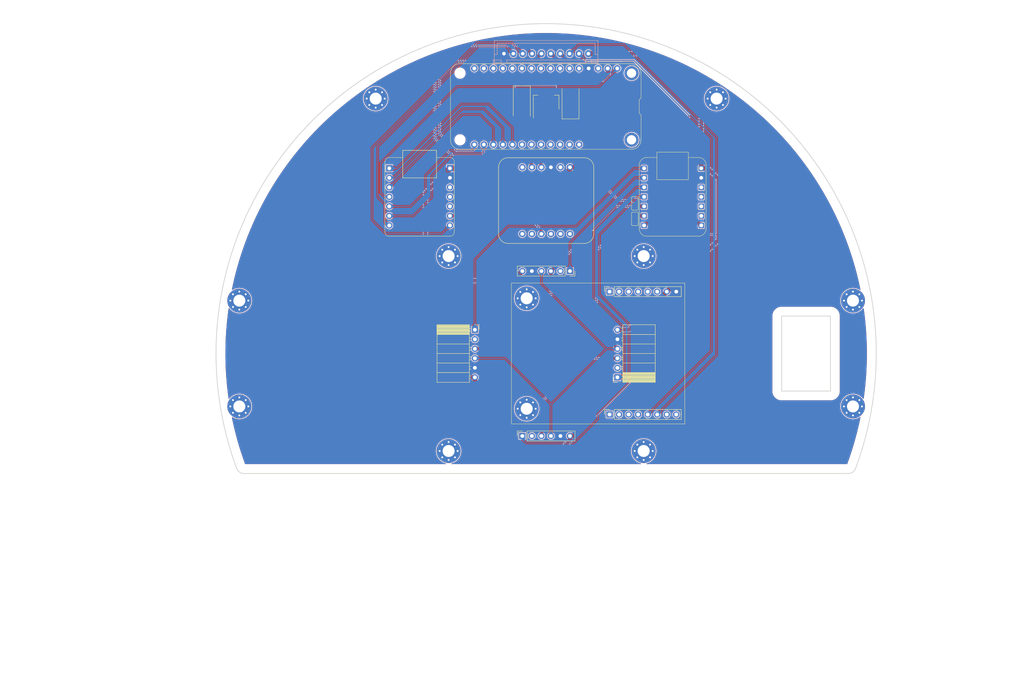
<source format=kicad_pcb>
(kicad_pcb (version 20221018) (generator pcbnew)
  (layers (0 "F.Cu" signal) (31 "B.Cu" signal) (34 "B.Paste" user) (35 "F.Paste" user) (36 "B.SilkS" user "B.Silkscreen") (37 "F.SilkS" user "F.Silkscreen") (38 "B.Mask" user) (39 "F.Mask" user) (44 "Edge.Cuts" user))
  (net 0 "")
  (net 5 "/OLED SDA")
  (net 6 "/OLED SCL")
  (net 9 "+3V3")
  (net 10 "/OLED RST")
  (net 18 "/XSHUT 0")
  (net 19 "/SDA TOF")
  (net 26 "/SCL TOF")
  (net 27 "/XSHUT 1")
  (net 28 "/XSHUT 2")
  (net 29 "/XSHUT 3")
  (net 30 "/C")
  (net 31 "/B")
  (net 35 "/A")
  (net 36 "+5V")
  (net 37 "/CAM TX")
  (net 38 "/CAM RX")
  (net 39 "/ESP TX")
  (net 40 "/ESP RX")
  (net 41 "/COM SDA")
  (net 42 "/COM SCL")
  (net 43 "GND")
  (net 54 "/COM RST")
  (net 56 "/OLED TX")
  (net 57 "/OLED RX")
  (footprint "Package_TO_SOT_SMD:SOT-223" (layer "F.Cu") (at 157.591 39.314 90)
    (fp_text reference "U6" hide)
    (fp_text value "C5199435")
  )
  (footprint "MountingHole:MountingHole_3.2mm_M3_Pad_Via" (layer "F.Cu") (at 239.382143 120.428136)
    (fp_text reference "H8" hide)
    (fp_text value "MountingHole_Pad")
  )
  (footprint "Connector_PinSocket_2.54mm:PinSocket_1x06_P2.54mm_Vertical" (layer "F.Cu") (at 163.941 84.314 -90)
    (fp_text reference "J3" hide)
    (fp_text value "TOF 1")
  )
  (footprint "2024l3:res0603" (layer "F.Cu") (at 181.251 70.394 -90)
    (fp_text reference "R2" hide)
    (fp_text value "1K")
  )
  (footprint "MountingHole:MountingHole_3.2mm_M3_Pad_Via" (layer "F.Cu") (at 203.034606 38.312422)
    (fp_text reference "H9" hide)
    (fp_text value "MountingHole_Pad" hide)
  )
  (footprint "2024l3:res0603" (layer "F.Cu") (at 181.251 66.254 -90)
    (fp_text reference "R1" hide)
    (fp_text value "1K")
  )
  (footprint "2024l3:bno085" (layer "F.Cu") (at 157.591 65.514 180)
    (fp_text reference "U2" hide)
    (fp_text value "4754")
  )
  (footprint "Capacitor_Tantalum_SMD:CP_EIA-7343-31_Kemet-D" (layer "F.Cu") (at 151.091 39.314 -90)
    (fp_text reference "C2" hide)
    (fp_text value "10uF")
  )
  (footprint "Connector_PinSocket_2.54mm:PinSocket_1x06_P2.54mm_Vertical" (layer "F.Cu") (at 151.241 128.314 90)
    (fp_text reference "J5" hide)
    (fp_text value "TOF 3")
  )
  (footprint "2024l3:xiao-esp32c3" (layer "F.Cu") (at 191.321 64.514)
    (fp_text reference "U3" hide)
    (fp_text value "xiao-esp32c3" hide)
  )
  (footprint "2024l1:Seeeduino XIAO SAMD 21 TFT" (layer "F.Cu") (at 123.861 64.514)
    (fp_text reference "U5" hide)
    (fp_text value "Seeed Studio XIAO SAMD21" hide)
  )
  (footprint "MountingHole:MountingHole_3.2mm_M3_Pad_Via" (layer "F.Cu") (at 131.5911 80.314)
    (fp_text reference "H3" hide)
    (fp_text value "MountingHole_Pad")
  )
  (footprint "MountingHole:MountingHole_3.2mm_M3_Pad_Via" (layer "F.Cu") (at 239.382143 92.199864)
    (fp_text reference "H7" hide)
    (fp_text value "MountingHole_Pad")
  )
  (footprint "2024l1:SEN Logo Mini" (layer "F.Cu") (at 84.591 106.314 180)
    (fp_text reference "H11" hide)
    (fp_text value "MountingHole")
  )
  (footprint "MountingHole:MountingHole_3.2mm_M3_Pad_Via" (layer "F.Cu") (at 75.799857 92.199864)
    (fp_text reference "H1" hide)
    (fp_text value "MountingHole_Pad")
  )
  (footprint "MountingHole:MountingHole_3.2mm_M3_Pad_Via" (layer "F.Cu") (at 183.5911 132.314)
    (fp_text reference "H5" hide)
    (fp_text value "MountingHole_Pad")
  )
  (footprint "MountingHole:MountingHole_3.2mm_M3_Pad_Via" (layer "F.Cu") (at 131.5911 132.314)
    (fp_text reference "H4" hide)
    (fp_text value "MountingHole_Pad")
  )
  (footprint "Connector_PinSocket_2.54mm:PinSocket_1x06_P2.54mm_Horizontal" (layer "F.Cu") (at 176.591 112.664 180)
    (fp_text reference "J4" hide)
    (fp_text value "TOF 2")
  )
  (footprint "Capacitor_Tantalum_SMD:CP_EIA-7343-31_Kemet-D" (layer "F.Cu") (at 164.091 39.314 90)
    (fp_text reference "C1" hide)
    (fp_text value "10uF")
  )
  (footprint "MountingHole:MountingHole_3.2mm_M3_Pad_Via" (layer "F.Cu") (at 183.5911 80.314)
    (fp_text reference "H6" hide)
    (fp_text value "MountingHole_Pad")
  )
  (footprint "Connector_PinSocket_2.54mm:PinSocket_1x06_P2.54mm_Horizontal" (layer "F.Cu") (at 138.591 99.964)
    (fp_text reference "J2" hide)
    (fp_text value "TOF 0")
  )
  (footprint "MountingHole:MountingHole_3.2mm_M3_Pad_Via" (layer "F.Cu") (at 112.147395 38.312422)
    (fp_text reference "H10" hide)
    (fp_text value "MountingHole_Pad")
  )
  (footprint "2024l3:openmv" (layer "F.Cu") (at 157.591 106.314 90)
    (fp_text reference "U1" hide)
    (fp_text value "OpenMV" hide)
  )
  (footprint "2024l3:Adafruit Feather OLED" (layer "F.Cu") (at 157.591 40.314 180)
    (fp_text reference "U4" hide)
    (fp_text value "Adafruit Featherwing" hide)
  )
  (footprint "MountingHole:MountingHole_3.2mm_M3_Pad_Via" (layer "F.Cu") (at 75.799857 120.428136)
    (fp_text reference "H2" hide)
    (fp_text value "MountingHole_Pad")
  )
  (footprint "Connector_JST:JST_XH_B10B-XH-A_1x10_P2.50mm_Vertical" (layer "B.Cu") (at 146.341 26.314)
    (fp_text reference "J1" hide)
    (fp_text value "Conn_01x10")
  )
  (gr_line (start 220.382143 116.314) (end 220.382143 96.314) (stroke (width 0.2)) (layer "Edge.Cuts"))
  (gr_arc (start 240.063133 137.011674) (mid 239.329962 137.95646) (end 238.188767 138.314) (stroke (width 0.2)) (layer "Edge.Cuts"))
  (gr_arc (start 75.118867 137.011674) (mid 157.591 18.314001) (end 240.063133 137.011674) (stroke (width 0.2)) (layer "Edge.Cuts"))
  (gr_line (start 220.382143 96.314) (end 233.382143 96.314) (stroke (width 0.2)) (layer "Edge.Cuts"))
  (gr_arc (start 76.993233 138.314) (mid 75.852023 137.956473) (end 75.118867 137.011674) (stroke (width 0.2)) (layer "Edge.Cuts"))
  (gr_line (start 233.382143 116.314) (end 220.382143 116.314) (stroke (width 0.2)) (layer "Edge.Cuts"))
  (gr_line (start 233.382143 96.314) (end 233.382143 116.314) (stroke (width 0.2)) (layer "Edge.Cuts"))
  (gr_line (start 76.993233 138.314) (end 238.188767 138.314) (stroke (width 0.2)) (layer "Edge.Cuts"))
  (segment (start 125.391 58.758) (end 131.975 52.174) (width 0.25) (layer "B.Cu") (net 5))
  (segment (start 131.975 52.174) (end 138.081 52.174) (width 0.25) (layer "B.Cu") (net 5))
  (segment (start 138.081 52.174) (end 138.441 51.814) (width 0.25) (layer "B.Cu") (net 5))
  (segment (start 121.413 67.054) (end 125.391 63.076) (width 0.25) (layer "B.Cu") (net 5))
  (segment (start 125.391 63.076) (end 125.391 58.758) (width 0.25) (layer "B.Cu") (net 5))
  (segment (start 115.7785 67.054) (end 121.413 67.054) (width 0.25) (layer "B.Cu") (net 5))
  (segment (start 138.441 51.814) (end 138.441 50.574) (width 0.25) (layer "B.Cu") (net 5))
  (segment (start 127.111 64.658) (end 122.175 69.594) (width 0.25) (layer "B.Cu") (net 6))
  (segment (start 140.981 52.364) (end 140.321 53.024) (width 0.25) (layer "B.Cu") (net 6))
  (segment (start 140.321 53.024) (end 132.903 53.024) (width 0.25) (layer "B.Cu") (net 6))
  (segment (start 132.903 53.024) (end 127.111 58.816) (width 0.25) (layer "B.Cu") (net 6))
  (segment (start 122.175 69.594) (end 115.7785 69.594) (width 0.25) (layer "B.Cu") (net 6))
  (segment (start 140.981 50.574) (end 140.981 52.364) (width 0.25) (layer "B.Cu") (net 6))
  (segment (start 127.111 58.816) (end 127.111 64.658) (width 0.25) (layer "B.Cu") (net 6))
  (segment (start 151.091 34.314) (end 151.091 36.2015) (width 1) (layer "F.Cu") (net 9))
  (segment (start 172.761 33.094) (end 152.311 33.094) (width 1) (layer "F.Cu") (net 9))
  (segment (start 152.311 33.094) (end 151.091 34.314) (width 1) (layer "F.Cu") (net 9))
  (segment (start 157.601 36.174) (end 157.591 36.164) (width 1) (layer "F.Cu") (net 9))
  (segment (start 174.001 31.854) (end 172.761 33.094) (width 1) (layer "F.Cu") (net 9))
  (segment (start 174.001 30.254) (end 174.001 31.854) (width 1) (layer "F.Cu") (net 9))
  (segment (start 176.541 30.254) (end 171.661 35.134) (width 0.25) (layer "B.Cu") (net 10))
  (segment (start 113.395 63.388) (end 114.521 64.514) (width 0.25) (layer "B.Cu") (net 10))
  (segment (start 113.395 55.514) (end 113.395 63.388) (width 0.25) (layer "B.Cu") (net 10))
  (segment (start 114.521 64.514) (end 115.7785 64.514) (width 0.25) (layer "B.Cu") (net 10))
  (segment (start 171.661 35.134) (end 133.775 35.134) (width 0.25) (layer "B.Cu") (net 10))
  (segment (start 133.775 35.134) (end 113.395 55.514) (width 0.25) (layer "B.Cu") (net 10))
  (segment (start 181.011 56.894) (end 165.562572 72.342428) (width 0.25) (layer "B.Cu") (net 18))
  (segment (start 138.591 81.214) (end 138.591 99.964) (width 0.25) (layer "B.Cu") (net 18))
  (segment (start 147.462572 72.342428) (end 138.591 81.214) (width 0.25) (layer "B.Cu") (net 18))
  (segment (start 165.562572 72.342428) (end 147.462572 72.342428) (width 0.25) (layer "B.Cu") (net 18))
  (segment (start 183.701 56.894) (end 181.011 56.894) (width 0.25) (layer "B.Cu") (net 18))
  (segment (start 156.441 128.194) (end 156.321 128.314) (width 0.25) (layer "F.Cu") (net 19))
  (segment (start 176.121 67.054) (end 158.861 84.314) (width 0.25) (layer "F.Cu") (net 19))
  (segment (start 180.851 67.054) (end 183.701 67.054) (width 0.25) (layer "F.Cu") (net 19))
  (segment (start 168.051 107.584) (end 156.441 119.194) (width 0.25) (layer "F.Cu") (net 19))
  (segment (start 156.441 119.194) (end 156.441 128.194) (width 0.25) (layer "F.Cu") (net 19))
  (segment (start 180.851 67.054) (end 176.121 67.054) (width 0.25) (layer "F.Cu") (net 19))
  (segment (start 152.211 105.044) (end 158.861 98.394) (width 0.25) (layer "F.Cu") (net 19))
  (segment (start 158.861 98.394) (end 158.861 84.314) (width 0.25) (layer "F.Cu") (net 19))
  (segment (start 158.861 98.394) (end 168.051 107.584) (width 0.25) (layer "F.Cu") (net 19))
  (segment (start 156.411 128.224) (end 156.321 128.314) (width 0.25) (layer "F.Cu") (net 19))
  (segment (start 176.601 107.584) (end 168.051 107.584) (width 0.25) (layer "F.Cu") (net 19))
  (segment (start 138.591 105.044) (end 152.211 105.044) (width 0.25) (layer "F.Cu") (net 19))
  (segment (start 180.261 69.594) (end 183.701 69.594) (width 0.25) (layer "F.Cu") (net 26))
  (segment (start 171.053 99.506) (end 171.053 78.802) (width 0.25) (layer "F.Cu") (net 26))
  (segment (start 176.591 105.044) (end 171.053 99.506) (width 0.25) (layer "F.Cu") (net 26))
  (segment (start 171.053 78.802) (end 180.261 69.594) (width 0.25) (layer "F.Cu") (net 26))
  (segment (start 146.631 107.584) (end 138.591 107.584) (width 0.25) (layer "B.Cu") (net 26))
  (segment (start 156.321 87.724) (end 173.641 105.044) (width 0.25) (layer "B.Cu") (net 26))
  (segment (start 173.641 105.044) (end 176.591 105.044) (width 0.25) (layer "B.Cu") (net 26))
  (segment (start 173.631 105.044) (end 158.861 119.814) (width 0.25) (layer "B.Cu") (net 26))
  (segment (start 158.861 119.814) (end 146.631 107.584) (width 0.25) (layer "B.Cu") (net 26))
  (segment (start 156.321 84.314) (end 156.321 87.724) (width 0.25) (layer "B.Cu") (net 26))
  (segment (start 173.641 105.044) (end 173.631 105.044) (width 0.25) (layer "B.Cu") (net 26))
  (segment (start 158.861 119.814) (end 158.861 128.314) (width 0.25) (layer "B.Cu") (net 26))
  (segment (start 163.941 76.734) (end 163.941 84.314) (width 0.25) (layer "B.Cu") (net 27))
  (segment (start 181.241 59.434) (end 163.941 76.734) (width 0.25) (layer "B.Cu") (net 27))
  (segment (start 183.701 59.434) (end 181.241 59.434) (width 0.25) (layer "B.Cu") (net 27))
  (segment (start 170.291 91.328) (end 178.419 99.456) (width 0.25) (layer "B.Cu") (net 28))
  (segment (start 178.419 99.456) (end 178.419 112.156) (width 0.25) (layer "B.Cu") (net 28))
  (segment (start 170.291 73.274) (end 170.291 91.328) (width 0.25) (layer "B.Cu") (net 28))
  (segment (start 183.701 61.974) (end 181.591 61.974) (width 0.25) (layer "B.Cu") (net 28))
  (segment (start 181.591 61.974) (end 170.291 73.274) (width 0.25) (layer "B.Cu") (net 28))
  (segment (start 177.911 112.664) (end 176.591 112.664) (width 0.25) (layer "B.Cu") (net 28))
  (segment (start 178.419 112.156) (end 177.911 112.664) (width 0.25) (layer "B.Cu") (net 28))
  (segment (start 171.815 74.63) (end 171.815 90.566) (width 0.25) (layer "B.Cu") (net 29))
  (segment (start 152.257 130.19) (end 151.241 129.174) (width 0.25) (layer "B.Cu") (net 29))
  (segment (start 183.701 64.514) (end 181.931 64.514) (width 0.25) (layer "B.Cu") (net 29))
  (segment (start 181.931 64.514) (end 171.815 74.63) (width 0.25) (layer "B.Cu") (net 29))
  (segment (start 179.689 98.44) (end 179.689 114.188) (width 0.25) (layer "B.Cu") (net 29))
  (segment (start 179.689 114.188) (end 171.307 122.57) (width 0.25) (layer "B.Cu") (net 29))
  (segment (start 151.241 129.174) (end 151.241 128.314) (width 0.25) (layer "B.Cu") (net 29))
  (segment (start 171.307 123.84) (end 164.957 130.19) (width 0.25) (layer "B.Cu") (net 29))
  (segment (start 171.307 122.57) (end 171.307 123.84) (width 0.25) (layer "B.Cu") (net 29))
  (segment (start 171.815 90.566) (end 179.689 98.44) (width 0.25) (layer "B.Cu") (net 29))
  (segment (start 164.957 130.19) (end 152.257 130.19) (width 0.25) (layer "B.Cu") (net 29))
  (segment (start 143.521 46.074) (end 140.007 42.56) (width 0.25) (layer "B.Cu") (net 30))
  (segment (start 143.521 50.574) (end 143.521 46.074) (width 0.25) (layer "B.Cu") (net 30))
  (segment (start 135.1925 42.56) (end 115.7785 61.974) (width 0.25) (layer "B.Cu") (net 30))
  (segment (start 140.007 42.56) (end 135.1925 42.56) (width 0.25) (layer "B.Cu") (net 30))
  (segment (start 146.061 46.074) (end 141.023 41.036) (width 0.25) (layer "B.Cu") (net 31))
  (segment (start 146.061 50.574) (end 146.061 46.074) (width 0.25) (layer "B.Cu") (net 31))
  (segment (start 135.239 41.036) (end 116.841 59.434) (width 0.25) (layer "B.Cu") (net 31))
  (segment (start 116.841 59.434) (end 115.7785 59.434) (width 0.25) (layer "B.Cu") (net 31))
  (segment (start 141.023 41.036) (end 135.239 41.036) (width 0.25) (layer "B.Cu") (net 31))
  (segment (start 148.601 46.074) (end 142.293 39.766) (width 0.25) (layer "B.Cu") (net 35))
  (segment (start 142.293 39.766) (end 134.899 39.766) (width 0.25) (layer "B.Cu") (net 35))
  (segment (start 117.771 56.894) (end 115.7785 56.894) (width 0.25) (layer "B.Cu") (net 35))
  (segment (start 148.601 50.574) (end 148.601 46.074) (width 0.25) (layer "B.Cu") (net 35))
  (segment (start 134.899 39.766) (end 117.771 56.894) (width 0.25) (layer "B.Cu") (net 35))
  (segment (start 185.3045 107.9005) (end 164.891 128.314) (width 1) (layer "F.Cu") (net 36))
  (segment (start 203.521 76.021) (end 203.521 59.724) (width 1) (layer "F.Cu") (net 36))
  (segment (start 131.9435 56.894) (end 125.441 63.3965) (width 1) (layer "F.Cu") (net 36))
  (segment (start 162.401 58.954) (end 163.941 57.414) (width 1) (layer "F.Cu") (net 36))
  (segment (start 181.251 71.194) (end 181.251 74.094) (width 0.25) (layer "F.Cu") (net 36))
  (segment (start 168.971 53.724) (end 168.971 44.734) (width 1) (layer "F.Cu") (net 36))
  (segment (start 176.901 65.454) (end 167.071 55.624) (width 0.25) (layer "F.Cu") (net 36))
  (segment (start 181.741 74.584) (end 203.501 74.584) (width 0.25) (layer "F.Cu") (net 36))
  (segment (start 125.441 80.764) (end 131.561 86.884) (width 1) (layer "F.Cu") (net 36))
  (segment (start 131.561 109.24) (end 134.985 112.664) (width 1) (layer "F.Cu") (net 36))
  (segment (start 168.841 26.314) (end 182.711 26.314) (width 1) (layer "F.Cu") (net 36))
  (segment (start 166.061 56.634) (end 167.071 55.624) (width 1) (layer "F.Cu") (net 36))
  (segment (start 166.7085 42.4715) (end 163.591 42.4715) (width 1) (layer "F.Cu") (net 36))
  (segment (start 164.891 128.314) (end 163.941 128.314) (width 1) (layer "F.Cu") (net 36))
  (segment (start 185.3045 94.2375) (end 185.3045 107.9005) (width 1) (layer "F.Cu") (net 36))
  (segment (start 162.111 131.364) (end 148.651 131.364) (width 1) (layer "F.Cu") (net 36))
  (segment (start 168.971 44.734) (end 166.7085 42.4715) (width 1) (layer "F.Cu") (net 36))
  (segment (start 189.738 89.804) (end 203.521 76.021) (width 1) (layer "F.Cu") (net 36))
  (segment (start 189.738 89.804) (end 185.3045 94.2375) (width 1) (layer "F.Cu") (net 36))
  (segment (start 163.941 56.624) (end 163.951 56.634) (width 1) (layer "F.Cu") (net 36))
  (segment (start 198.941 42.544) (end 198.941 56.894) (width 1) (layer "F.Cu") (net 36))
  (segment (start 200.691 56.894) (end 198.941 56.894) (width 1) (layer "F.Cu") (net 36))
  (segment (start 131.561 86.884) (end 131.561 109.24) (width 1) (layer "F.Cu") (net 36))
  (segment (start 138.591 121.304) (end 138.591 112.664) (width 1) (layer "F.Cu") (net 36))
  (segment (start 182.711 26.314) (end 198.941 42.544) (width 1) (layer "F.Cu") (net 36))
  (segment (start 140.821 58.954) (end 162.401 58.954) (width 1) (layer "F.Cu") (net 36))
  (segment (start 179.578 99.964) (end 176.591 99.964) (width 1) (layer "F.Cu") (net 36))
  (segment (start 138.761 56.894) (end 140.821 58.954) (width 1) (layer "F.Cu") (net 36))
  (segment (start 148.651 131.364) (end 138.591 121.304) (width 1) (layer "F.Cu") (net 36))
  (segment (start 163.941 57.414) (end 163.941 56.624) (width 1) (layer "F.Cu") (net 36))
  (segment (start 131.561 86.884) (end 148.671 86.884) (width 1) (layer "F.Cu") (net 36))
  (segment (start 134.985 112.664) (end 138.591 112.664) (width 1) (layer "F.Cu") (net 36))
  (segment (start 131.9435 56.894) (end 138.761 56.894) (width 1) (layer "F.Cu") (net 36))
  (segment (start 185.3045 94.2375) (end 179.578 99.964) (width 1) (layer "F.Cu") (net 36))
  (segment (start 167.071 55.624) (end 168.971 53.724) (width 1) (layer "F.Cu") (net 36))
  (segment (start 180.851 65.454) (end 176.901 65.454) (width 0.25) (layer "F.Cu") (net 36))
  (segment (start 163.941 129.534) (end 162.111 131.364) (width 1) (layer "F.Cu") (net 36))
  (segment (start 163.951 56.634) (end 166.061 56.634) (width 1) (layer "F.Cu") (net 36))
  (segment (start 125.441 63.3965) (end 125.441 80.764) (width 1) (layer "F.Cu") (net 36))
  (segment (start 181.251 74.094) (end 181.741 74.584) (width 0.25) (layer "F.Cu") (net 36))
  (segment (start 203.521 59.724) (end 200.691 56.894) (width 1) (layer "F.Cu") (net 36))
  (segment (start 163.941 128.314) (end 163.941 129.534) (width 1) (layer "F.Cu") (net 36))
  (segment (start 148.671 86.884) (end 151.241 84.314) (width 1) (layer "F.Cu") (net 36))
  (segment (start 181.031 28.164) (end 168.191 28.164) (width 0.25) (layer "B.Cu") (net 37))
  (segment (start 201.621 48.754) (end 181.031 28.164) (width 0.25) (layer "B.Cu") (net 37))
  (segment (start 184.658 122.57) (end 201.621 105.607) (width 0.25) (layer "B.Cu") (net 37))
  (segment (start 201.621 105.607) (end 201.621 48.754) (width 0.25) (layer "B.Cu") (net 37))
  (segment (start 168.191 28.164) (end 166.341 26.314) (width 0.25) (layer "B.Cu") (net 37))
  (segment (start 187.198 122.57) (end 203.057 106.711) (width 0.25) (layer "B.Cu") (net 38))
  (segment (start 178.301 23.934) (end 166.221 23.934) (width 0.25) (layer "B.Cu") (net 38))
  (segment (start 203.057 48.69) (end 178.301 23.934) (width 0.25) (layer "B.Cu") (net 38))
  (segment (start 203.057 106.711) (end 203.057 48.69) (width 0.25) (layer "B.Cu") (net 38))
  (segment (start 166.221 23.934) (end 163.841 26.314) (width 0.25) (layer "B.Cu") (net 38))
  (segment (start 185.951 51.750303) (end 185.951 69.884) (width 0.25) (layer "F.Cu") (net 39))
  (segment (start 161.121 28.594) (end 177.301 28.594) (width 0.25) (layer "F.Cu") (net 39))
  (segment (start 177.301 28.594) (end 177.881 29.174) (width 0.25) (layer "F.Cu") (net 39))
  (segment (start 177.881 29.174) (end 177.881 43.680303) (width 0.25) (layer "F.Cu") (net 39))
  (segment (start 177.881 43.680303) (end 185.951 51.750303) (width 0.25) (layer "F.Cu") (net 39))
  (segment (start 158.841 26.314) (end 161.121 28.594) (width 0.25) (layer "F.Cu") (net 39))
  (segment (start 185.951 69.884) (end 183.701 72.134) (width 0.25) (layer "F.Cu") (net 39))
  (segment (start 180.951 28.104) (end 163.131 28.104) (width 0.25) (layer "F.Cu") (net 40))
  (segment (start 195.631 42.784) (end 180.951 28.104) (width 0.25) (layer "F.Cu") (net 40))
  (segment (start 195.631 68.824) (end 195.631 42.784) (width 0.25) (layer "F.Cu") (net 40))
  (segment (start 198.941 72.134) (end 195.631 68.824) (width 0.25) (layer "F.Cu") (net 40))
  (segment (start 163.131 28.104) (end 161.341 26.314) (width 0.25) (layer "F.Cu") (net 40))
  (segment (start 153.781 56.624) (end 153.781 55.624) (width 0.25) (layer "F.Cu") (net 41))
  (segment (start 127.961 32.394) (end 136.121 24.234) (width 0.25) (layer "F.Cu") (net 41))
  (segment (start 127.961 48.994) (end 127.961 32.394) (width 0.25) (layer "F.Cu") (net 41))
  (segment (start 151.761 24.234) (end 153.841 26.314) (width 0.25) (layer "F.Cu") (net 41))
  (segment (start 151.411 53.254) (end 132.221 53.254) (width 0.25) (layer "F.Cu") (net 41))
  (segment (start 153.781 55.624) (end 151.411 53.254) (width 0.25) (layer "F.Cu") (net 41))
  (segment (start 132.221 53.254) (end 127.961 48.994) (width 0.25) (layer "F.Cu") (net 41))
  (segment (start 136.121 24.234) (end 151.761 24.234) (width 0.25) (layer "F.Cu") (net 41))
  (segment (start 129.204198 47.647198) (end 129.204198 32.980802) (width 0.25) (layer "F.Cu") (net 42))
  (segment (start 133.861 52.304) (end 129.204198 47.647198) (width 0.25) (layer "F.Cu") (net 42))
  (segment (start 129.204198 32.980802) (end 133.871 28.314) (width 0.25) (layer "F.Cu") (net 42))
  (segment (start 133.871 28.314) (end 154.341 28.314) (width 0.25) (layer "F.Cu") (net 42))
  (segment (start 154.341 28.314) (end 156.341 26.314) (width 0.25) (layer "F.Cu") (net 42))
  (segment (start 153.001 52.304) (end 133.861 52.304) (width 0.25) (layer "F.Cu") (net 42))
  (segment (start 156.321 56.624) (end 156.321 55.624) (width 0.25) (layer "F.Cu") (net 42))
  (segment (start 156.321 55.624) (end 153.001 52.304) (width 0.25) (layer "F.Cu") (net 42))
  (segment (start 131.9435 69.594) (end 152.511 69.594) (width 0.25) (layer "F.Cu") (net 54))
  (segment (start 156.321 73.404) (end 156.321 74.404) (width 0.25) (layer "F.Cu") (net 54))
  (segment (start 152.511 69.594) (end 156.321 73.404) (width 0.25) (layer "F.Cu") (net 54))
  (segment (start 146.871 24.344) (end 148.841 26.314) (width 0.25) (layer "B.Cu") (net 56))
  (segment (start 112.701 64.664799) (end 112.701 51.127619) (width 0.25) (layer "B.Cu") (net 56))
  (segment (start 112.701 51.127619) (end 139.484619 24.344) (width 0.25) (layer "B.Cu") (net 56))
  (segment (start 139.484619 24.344) (end 146.871 24.344) (width 0.25) (layer "B.Cu") (net 56))
  (segment (start 114.6035 66.567299) (end 112.701 64.664799) (width 0.25) (layer "B.Cu") (net 56))
  (segment (start 114.6035 70.959) (end 114.6035 66.567299) (width 0.25) (layer "B.Cu") (net 56))
  (segment (start 115.7785 72.134) (end 114.6035 70.959) (width 0.25) (layer "B.Cu") (net 56))
  (segment (start 111.181 51.394) (end 139.171 23.404) (width 0.25) (layer "B.Cu") (net 57))
  (segment (start 148.431 23.404) (end 151.341 26.314) (width 0.25) (layer "B.Cu") (net 57))
  (segment (start 129.8335 74.244) (end 114.771 74.244) (width 0.25) (layer "B.Cu") (net 57))
  (segment (start 139.171 23.404) (end 148.431 23.404) (width 0.25) (layer "B.Cu") (net 57))
  (segment (start 131.9435 72.134) (end 129.8335 74.244) (width 0.25) (layer "B.Cu") (net 57))
  (segment (start 114.771 74.244) (end 111.181 70.654) (width 0.25) (layer "B.Cu") (net 57))
  (segment (start 111.181 70.654) (end 111.181 51.394) (width 0.25) (layer "B.Cu") (net 57))
  (zone (net 9) (net_name "+3V3") (layer "F.Cu") (priority 1) (connect_pads yes (clearance 0.2)) (min_thickness 0.2) (fill yes (thermal_gap 0.5) (thermal_bridge_width 0.5) (smoothing fillet))
    (polygon (pts (xy 149.411 34.844) (xy 160.241 34.874) (xy 160.241 38.304) (xy 158.701 38.304) (xy 158.721 43.794) (xy 156.451 43.794) (xy 156.461 38.274) (xy 149.421 38.284)))
  )
  (zone (net 36) (net_name "+5V") (layer "F.Cu") (priority 2) (connect_pads yes (clearance 0.2)) (min_thickness 0.2) (fill yes (thermal_gap 0.5) (thermal_bridge_width 0.5) (smoothing fillet))
    (polygon (pts (xy 158.641 41.014) (xy 165.671 41.044) (xy 165.661 43.644) (xy 165.661 43.954) (xy 158.641 43.964)))
  )
  (zone (net 43) (net_name "GND") (layers "F&B.Cu") (connect_pads yes (clearance 0.2)) (min_thickness 0.2) (fill yes (thermal_gap 0.5) (thermal_bridge_width 0.5) (smoothing fillet))
    (polygon (pts (xy 12.001 12.004) (xy 284.991 12.004) (xy 284.991 198.004) (xy 12.011 197.994)))
  )
)
</source>
